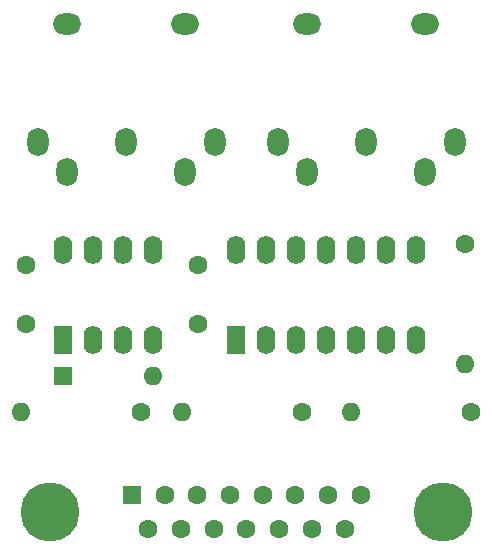
<source format=gts>
G04 #@! TF.GenerationSoftware,KiCad,Pcbnew,(5.1.8)-1*
G04 #@! TF.CreationDate,2022-02-10T23:19:11+01:00*
G04 #@! TF.ProjectId,BulkyMIDI-32 Gameport,42756c6b-794d-4494-9449-2d3332204761,rev?*
G04 #@! TF.SameCoordinates,Original*
G04 #@! TF.FileFunction,Soldermask,Top*
G04 #@! TF.FilePolarity,Negative*
%FSLAX46Y46*%
G04 Gerber Fmt 4.6, Leading zero omitted, Abs format (unit mm)*
G04 Created by KiCad (PCBNEW (5.1.8)-1) date 2022-02-10 23:19:11*
%MOMM*%
%LPD*%
G01*
G04 APERTURE LIST*
%ADD10O,1.800000X2.400000*%
%ADD11O,2.400000X1.800000*%
%ADD12R,1.600000X1.600000*%
%ADD13O,1.600000X1.600000*%
%ADD14C,1.600000*%
%ADD15C,5.000000*%
%ADD16R,1.600000X2.400000*%
%ADD17O,1.600000X2.400000*%
G04 APERTURE END LIST*
D10*
X107950000Y-79756000D03*
D11*
X102950000Y-69756000D03*
X112950000Y-69756000D03*
D10*
X100450000Y-79756000D03*
X115450000Y-79756000D03*
X102950000Y-82256000D03*
X112950000Y-82256000D03*
X128270000Y-79756000D03*
D11*
X123270000Y-69756000D03*
X133270000Y-69756000D03*
D10*
X120770000Y-79756000D03*
X135770000Y-79756000D03*
X123270000Y-82256000D03*
X133270000Y-82256000D03*
D12*
X102616000Y-99568000D03*
D13*
X110236000Y-99568000D03*
D12*
X108432600Y-109677200D03*
D14*
X111202600Y-109677200D03*
X113972600Y-109677200D03*
X116742600Y-109677200D03*
X119512600Y-109677200D03*
X122282600Y-109677200D03*
X125052600Y-109677200D03*
X127822600Y-109677200D03*
X109817600Y-112517200D03*
X112587600Y-112517200D03*
X115357600Y-112517200D03*
X118127600Y-112517200D03*
X120897600Y-112517200D03*
X123667600Y-112517200D03*
X126437600Y-112517200D03*
D15*
X101477600Y-111097200D03*
X134777600Y-111097200D03*
D13*
X112649000Y-102616000D03*
D14*
X122809000Y-102616000D03*
X137160000Y-102616000D03*
D13*
X127000000Y-102616000D03*
X136652000Y-98552000D03*
D14*
X136652000Y-88392000D03*
X109220000Y-102616000D03*
D13*
X99060000Y-102616000D03*
D16*
X102616000Y-96520000D03*
D17*
X110236000Y-88900000D03*
X105156000Y-96520000D03*
X107696000Y-88900000D03*
X107696000Y-96520000D03*
X105156000Y-88900000D03*
X110236000Y-96520000D03*
X102616000Y-88900000D03*
D16*
X117221000Y-96520000D03*
D17*
X132461000Y-88900000D03*
X119761000Y-96520000D03*
X129921000Y-88900000D03*
X122301000Y-96520000D03*
X127381000Y-88900000D03*
X124841000Y-96520000D03*
X124841000Y-88900000D03*
X127381000Y-96520000D03*
X122301000Y-88900000D03*
X129921000Y-96520000D03*
X119761000Y-88900000D03*
X132461000Y-96520000D03*
X117221000Y-88900000D03*
D14*
X99441000Y-90170000D03*
X99441000Y-95170000D03*
X114046000Y-95170000D03*
X114046000Y-90170000D03*
M02*

</source>
